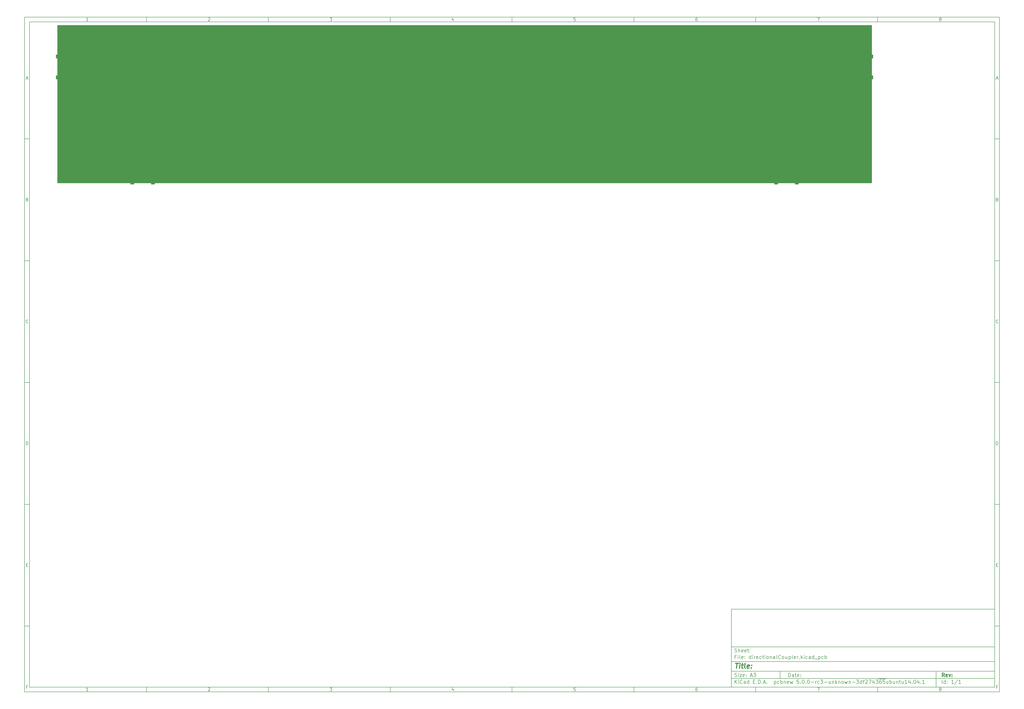
<source format=gbr>
G04 #@! TF.GenerationSoftware,KiCad,Pcbnew,5.0.0-rc3-unknown-3df2743~65~ubuntu14.04.1*
G04 #@! TF.CreationDate,2018-07-06T17:22:35-07:00*
G04 #@! TF.ProjectId,directionalCoupler,646972656374696F6E616C436F75706C,rev?*
G04 #@! TF.SameCoordinates,Original*
G04 #@! TF.FileFunction,Copper,L2,Bot,Signal*
G04 #@! TF.FilePolarity,Positive*
%FSLAX46Y46*%
G04 Gerber Fmt 4.6, Leading zero omitted, Abs format (unit mm)*
G04 Created by KiCad (PCBNEW 5.0.0-rc3-unknown-3df2743~65~ubuntu14.04.1) date Fri Jul  6 17:22:35 2018*
%MOMM*%
%LPD*%
G01*
G04 APERTURE LIST*
%ADD10C,0.100000*%
%ADD11C,0.150000*%
%ADD12C,0.300000*%
%ADD13C,0.400000*%
G04 #@! TA.AperFunction,SMDPad,CuDef*
%ADD14R,5.080000X1.500000*%
G04 #@! TD*
G04 #@! TA.AperFunction,SMDPad,CuDef*
%ADD15R,1.500000X5.080000*%
G04 #@! TD*
G04 #@! TA.AperFunction,Conductor*
%ADD16C,0.254000*%
G04 #@! TD*
G04 APERTURE END LIST*
D10*
D11*
X299989000Y-253002200D02*
X299989000Y-285002200D01*
X407989000Y-285002200D01*
X407989000Y-253002200D01*
X299989000Y-253002200D01*
D10*
D11*
X10000000Y-10000000D02*
X10000000Y-287002200D01*
X409989000Y-287002200D01*
X409989000Y-10000000D01*
X10000000Y-10000000D01*
D10*
D11*
X12000000Y-12000000D02*
X12000000Y-285002200D01*
X407989000Y-285002200D01*
X407989000Y-12000000D01*
X12000000Y-12000000D01*
D10*
D11*
X60000000Y-12000000D02*
X60000000Y-10000000D01*
D10*
D11*
X110000000Y-12000000D02*
X110000000Y-10000000D01*
D10*
D11*
X160000000Y-12000000D02*
X160000000Y-10000000D01*
D10*
D11*
X210000000Y-12000000D02*
X210000000Y-10000000D01*
D10*
D11*
X260000000Y-12000000D02*
X260000000Y-10000000D01*
D10*
D11*
X310000000Y-12000000D02*
X310000000Y-10000000D01*
D10*
D11*
X360000000Y-12000000D02*
X360000000Y-10000000D01*
D10*
D11*
X36065476Y-11588095D02*
X35322619Y-11588095D01*
X35694047Y-11588095D02*
X35694047Y-10288095D01*
X35570238Y-10473809D01*
X35446428Y-10597619D01*
X35322619Y-10659523D01*
D10*
D11*
X85322619Y-10411904D02*
X85384523Y-10350000D01*
X85508333Y-10288095D01*
X85817857Y-10288095D01*
X85941666Y-10350000D01*
X86003571Y-10411904D01*
X86065476Y-10535714D01*
X86065476Y-10659523D01*
X86003571Y-10845238D01*
X85260714Y-11588095D01*
X86065476Y-11588095D01*
D10*
D11*
X135260714Y-10288095D02*
X136065476Y-10288095D01*
X135632142Y-10783333D01*
X135817857Y-10783333D01*
X135941666Y-10845238D01*
X136003571Y-10907142D01*
X136065476Y-11030952D01*
X136065476Y-11340476D01*
X136003571Y-11464285D01*
X135941666Y-11526190D01*
X135817857Y-11588095D01*
X135446428Y-11588095D01*
X135322619Y-11526190D01*
X135260714Y-11464285D01*
D10*
D11*
X185941666Y-10721428D02*
X185941666Y-11588095D01*
X185632142Y-10226190D02*
X185322619Y-11154761D01*
X186127380Y-11154761D01*
D10*
D11*
X236003571Y-10288095D02*
X235384523Y-10288095D01*
X235322619Y-10907142D01*
X235384523Y-10845238D01*
X235508333Y-10783333D01*
X235817857Y-10783333D01*
X235941666Y-10845238D01*
X236003571Y-10907142D01*
X236065476Y-11030952D01*
X236065476Y-11340476D01*
X236003571Y-11464285D01*
X235941666Y-11526190D01*
X235817857Y-11588095D01*
X235508333Y-11588095D01*
X235384523Y-11526190D01*
X235322619Y-11464285D01*
D10*
D11*
X285941666Y-10288095D02*
X285694047Y-10288095D01*
X285570238Y-10350000D01*
X285508333Y-10411904D01*
X285384523Y-10597619D01*
X285322619Y-10845238D01*
X285322619Y-11340476D01*
X285384523Y-11464285D01*
X285446428Y-11526190D01*
X285570238Y-11588095D01*
X285817857Y-11588095D01*
X285941666Y-11526190D01*
X286003571Y-11464285D01*
X286065476Y-11340476D01*
X286065476Y-11030952D01*
X286003571Y-10907142D01*
X285941666Y-10845238D01*
X285817857Y-10783333D01*
X285570238Y-10783333D01*
X285446428Y-10845238D01*
X285384523Y-10907142D01*
X285322619Y-11030952D01*
D10*
D11*
X335260714Y-10288095D02*
X336127380Y-10288095D01*
X335570238Y-11588095D01*
D10*
D11*
X385570238Y-10845238D02*
X385446428Y-10783333D01*
X385384523Y-10721428D01*
X385322619Y-10597619D01*
X385322619Y-10535714D01*
X385384523Y-10411904D01*
X385446428Y-10350000D01*
X385570238Y-10288095D01*
X385817857Y-10288095D01*
X385941666Y-10350000D01*
X386003571Y-10411904D01*
X386065476Y-10535714D01*
X386065476Y-10597619D01*
X386003571Y-10721428D01*
X385941666Y-10783333D01*
X385817857Y-10845238D01*
X385570238Y-10845238D01*
X385446428Y-10907142D01*
X385384523Y-10969047D01*
X385322619Y-11092857D01*
X385322619Y-11340476D01*
X385384523Y-11464285D01*
X385446428Y-11526190D01*
X385570238Y-11588095D01*
X385817857Y-11588095D01*
X385941666Y-11526190D01*
X386003571Y-11464285D01*
X386065476Y-11340476D01*
X386065476Y-11092857D01*
X386003571Y-10969047D01*
X385941666Y-10907142D01*
X385817857Y-10845238D01*
D10*
D11*
X60000000Y-285002200D02*
X60000000Y-287002200D01*
D10*
D11*
X110000000Y-285002200D02*
X110000000Y-287002200D01*
D10*
D11*
X160000000Y-285002200D02*
X160000000Y-287002200D01*
D10*
D11*
X210000000Y-285002200D02*
X210000000Y-287002200D01*
D10*
D11*
X260000000Y-285002200D02*
X260000000Y-287002200D01*
D10*
D11*
X310000000Y-285002200D02*
X310000000Y-287002200D01*
D10*
D11*
X360000000Y-285002200D02*
X360000000Y-287002200D01*
D10*
D11*
X36065476Y-286590295D02*
X35322619Y-286590295D01*
X35694047Y-286590295D02*
X35694047Y-285290295D01*
X35570238Y-285476009D01*
X35446428Y-285599819D01*
X35322619Y-285661723D01*
D10*
D11*
X85322619Y-285414104D02*
X85384523Y-285352200D01*
X85508333Y-285290295D01*
X85817857Y-285290295D01*
X85941666Y-285352200D01*
X86003571Y-285414104D01*
X86065476Y-285537914D01*
X86065476Y-285661723D01*
X86003571Y-285847438D01*
X85260714Y-286590295D01*
X86065476Y-286590295D01*
D10*
D11*
X135260714Y-285290295D02*
X136065476Y-285290295D01*
X135632142Y-285785533D01*
X135817857Y-285785533D01*
X135941666Y-285847438D01*
X136003571Y-285909342D01*
X136065476Y-286033152D01*
X136065476Y-286342676D01*
X136003571Y-286466485D01*
X135941666Y-286528390D01*
X135817857Y-286590295D01*
X135446428Y-286590295D01*
X135322619Y-286528390D01*
X135260714Y-286466485D01*
D10*
D11*
X185941666Y-285723628D02*
X185941666Y-286590295D01*
X185632142Y-285228390D02*
X185322619Y-286156961D01*
X186127380Y-286156961D01*
D10*
D11*
X236003571Y-285290295D02*
X235384523Y-285290295D01*
X235322619Y-285909342D01*
X235384523Y-285847438D01*
X235508333Y-285785533D01*
X235817857Y-285785533D01*
X235941666Y-285847438D01*
X236003571Y-285909342D01*
X236065476Y-286033152D01*
X236065476Y-286342676D01*
X236003571Y-286466485D01*
X235941666Y-286528390D01*
X235817857Y-286590295D01*
X235508333Y-286590295D01*
X235384523Y-286528390D01*
X235322619Y-286466485D01*
D10*
D11*
X285941666Y-285290295D02*
X285694047Y-285290295D01*
X285570238Y-285352200D01*
X285508333Y-285414104D01*
X285384523Y-285599819D01*
X285322619Y-285847438D01*
X285322619Y-286342676D01*
X285384523Y-286466485D01*
X285446428Y-286528390D01*
X285570238Y-286590295D01*
X285817857Y-286590295D01*
X285941666Y-286528390D01*
X286003571Y-286466485D01*
X286065476Y-286342676D01*
X286065476Y-286033152D01*
X286003571Y-285909342D01*
X285941666Y-285847438D01*
X285817857Y-285785533D01*
X285570238Y-285785533D01*
X285446428Y-285847438D01*
X285384523Y-285909342D01*
X285322619Y-286033152D01*
D10*
D11*
X335260714Y-285290295D02*
X336127380Y-285290295D01*
X335570238Y-286590295D01*
D10*
D11*
X385570238Y-285847438D02*
X385446428Y-285785533D01*
X385384523Y-285723628D01*
X385322619Y-285599819D01*
X385322619Y-285537914D01*
X385384523Y-285414104D01*
X385446428Y-285352200D01*
X385570238Y-285290295D01*
X385817857Y-285290295D01*
X385941666Y-285352200D01*
X386003571Y-285414104D01*
X386065476Y-285537914D01*
X386065476Y-285599819D01*
X386003571Y-285723628D01*
X385941666Y-285785533D01*
X385817857Y-285847438D01*
X385570238Y-285847438D01*
X385446428Y-285909342D01*
X385384523Y-285971247D01*
X385322619Y-286095057D01*
X385322619Y-286342676D01*
X385384523Y-286466485D01*
X385446428Y-286528390D01*
X385570238Y-286590295D01*
X385817857Y-286590295D01*
X385941666Y-286528390D01*
X386003571Y-286466485D01*
X386065476Y-286342676D01*
X386065476Y-286095057D01*
X386003571Y-285971247D01*
X385941666Y-285909342D01*
X385817857Y-285847438D01*
D10*
D11*
X10000000Y-60000000D02*
X12000000Y-60000000D01*
D10*
D11*
X10000000Y-110000000D02*
X12000000Y-110000000D01*
D10*
D11*
X10000000Y-160000000D02*
X12000000Y-160000000D01*
D10*
D11*
X10000000Y-210000000D02*
X12000000Y-210000000D01*
D10*
D11*
X10000000Y-260000000D02*
X12000000Y-260000000D01*
D10*
D11*
X10690476Y-35216666D02*
X11309523Y-35216666D01*
X10566666Y-35588095D02*
X11000000Y-34288095D01*
X11433333Y-35588095D01*
D10*
D11*
X11092857Y-84907142D02*
X11278571Y-84969047D01*
X11340476Y-85030952D01*
X11402380Y-85154761D01*
X11402380Y-85340476D01*
X11340476Y-85464285D01*
X11278571Y-85526190D01*
X11154761Y-85588095D01*
X10659523Y-85588095D01*
X10659523Y-84288095D01*
X11092857Y-84288095D01*
X11216666Y-84350000D01*
X11278571Y-84411904D01*
X11340476Y-84535714D01*
X11340476Y-84659523D01*
X11278571Y-84783333D01*
X11216666Y-84845238D01*
X11092857Y-84907142D01*
X10659523Y-84907142D01*
D10*
D11*
X11402380Y-135464285D02*
X11340476Y-135526190D01*
X11154761Y-135588095D01*
X11030952Y-135588095D01*
X10845238Y-135526190D01*
X10721428Y-135402380D01*
X10659523Y-135278571D01*
X10597619Y-135030952D01*
X10597619Y-134845238D01*
X10659523Y-134597619D01*
X10721428Y-134473809D01*
X10845238Y-134350000D01*
X11030952Y-134288095D01*
X11154761Y-134288095D01*
X11340476Y-134350000D01*
X11402380Y-134411904D01*
D10*
D11*
X10659523Y-185588095D02*
X10659523Y-184288095D01*
X10969047Y-184288095D01*
X11154761Y-184350000D01*
X11278571Y-184473809D01*
X11340476Y-184597619D01*
X11402380Y-184845238D01*
X11402380Y-185030952D01*
X11340476Y-185278571D01*
X11278571Y-185402380D01*
X11154761Y-185526190D01*
X10969047Y-185588095D01*
X10659523Y-185588095D01*
D10*
D11*
X10721428Y-234907142D02*
X11154761Y-234907142D01*
X11340476Y-235588095D02*
X10721428Y-235588095D01*
X10721428Y-234288095D01*
X11340476Y-234288095D01*
D10*
D11*
X11185714Y-284907142D02*
X10752380Y-284907142D01*
X10752380Y-285588095D02*
X10752380Y-284288095D01*
X11371428Y-284288095D01*
D10*
D11*
X409989000Y-60000000D02*
X407989000Y-60000000D01*
D10*
D11*
X409989000Y-110000000D02*
X407989000Y-110000000D01*
D10*
D11*
X409989000Y-160000000D02*
X407989000Y-160000000D01*
D10*
D11*
X409989000Y-210000000D02*
X407989000Y-210000000D01*
D10*
D11*
X409989000Y-260000000D02*
X407989000Y-260000000D01*
D10*
D11*
X408679476Y-35216666D02*
X409298523Y-35216666D01*
X408555666Y-35588095D02*
X408989000Y-34288095D01*
X409422333Y-35588095D01*
D10*
D11*
X409081857Y-84907142D02*
X409267571Y-84969047D01*
X409329476Y-85030952D01*
X409391380Y-85154761D01*
X409391380Y-85340476D01*
X409329476Y-85464285D01*
X409267571Y-85526190D01*
X409143761Y-85588095D01*
X408648523Y-85588095D01*
X408648523Y-84288095D01*
X409081857Y-84288095D01*
X409205666Y-84350000D01*
X409267571Y-84411904D01*
X409329476Y-84535714D01*
X409329476Y-84659523D01*
X409267571Y-84783333D01*
X409205666Y-84845238D01*
X409081857Y-84907142D01*
X408648523Y-84907142D01*
D10*
D11*
X409391380Y-135464285D02*
X409329476Y-135526190D01*
X409143761Y-135588095D01*
X409019952Y-135588095D01*
X408834238Y-135526190D01*
X408710428Y-135402380D01*
X408648523Y-135278571D01*
X408586619Y-135030952D01*
X408586619Y-134845238D01*
X408648523Y-134597619D01*
X408710428Y-134473809D01*
X408834238Y-134350000D01*
X409019952Y-134288095D01*
X409143761Y-134288095D01*
X409329476Y-134350000D01*
X409391380Y-134411904D01*
D10*
D11*
X408648523Y-185588095D02*
X408648523Y-184288095D01*
X408958047Y-184288095D01*
X409143761Y-184350000D01*
X409267571Y-184473809D01*
X409329476Y-184597619D01*
X409391380Y-184845238D01*
X409391380Y-185030952D01*
X409329476Y-185278571D01*
X409267571Y-185402380D01*
X409143761Y-185526190D01*
X408958047Y-185588095D01*
X408648523Y-185588095D01*
D10*
D11*
X408710428Y-234907142D02*
X409143761Y-234907142D01*
X409329476Y-235588095D02*
X408710428Y-235588095D01*
X408710428Y-234288095D01*
X409329476Y-234288095D01*
D10*
D11*
X409174714Y-284907142D02*
X408741380Y-284907142D01*
X408741380Y-285588095D02*
X408741380Y-284288095D01*
X409360428Y-284288095D01*
D10*
D11*
X323421142Y-280780771D02*
X323421142Y-279280771D01*
X323778285Y-279280771D01*
X323992571Y-279352200D01*
X324135428Y-279495057D01*
X324206857Y-279637914D01*
X324278285Y-279923628D01*
X324278285Y-280137914D01*
X324206857Y-280423628D01*
X324135428Y-280566485D01*
X323992571Y-280709342D01*
X323778285Y-280780771D01*
X323421142Y-280780771D01*
X325564000Y-280780771D02*
X325564000Y-279995057D01*
X325492571Y-279852200D01*
X325349714Y-279780771D01*
X325064000Y-279780771D01*
X324921142Y-279852200D01*
X325564000Y-280709342D02*
X325421142Y-280780771D01*
X325064000Y-280780771D01*
X324921142Y-280709342D01*
X324849714Y-280566485D01*
X324849714Y-280423628D01*
X324921142Y-280280771D01*
X325064000Y-280209342D01*
X325421142Y-280209342D01*
X325564000Y-280137914D01*
X326064000Y-279780771D02*
X326635428Y-279780771D01*
X326278285Y-279280771D02*
X326278285Y-280566485D01*
X326349714Y-280709342D01*
X326492571Y-280780771D01*
X326635428Y-280780771D01*
X327706857Y-280709342D02*
X327564000Y-280780771D01*
X327278285Y-280780771D01*
X327135428Y-280709342D01*
X327064000Y-280566485D01*
X327064000Y-279995057D01*
X327135428Y-279852200D01*
X327278285Y-279780771D01*
X327564000Y-279780771D01*
X327706857Y-279852200D01*
X327778285Y-279995057D01*
X327778285Y-280137914D01*
X327064000Y-280280771D01*
X328421142Y-280637914D02*
X328492571Y-280709342D01*
X328421142Y-280780771D01*
X328349714Y-280709342D01*
X328421142Y-280637914D01*
X328421142Y-280780771D01*
X328421142Y-279852200D02*
X328492571Y-279923628D01*
X328421142Y-279995057D01*
X328349714Y-279923628D01*
X328421142Y-279852200D01*
X328421142Y-279995057D01*
D10*
D11*
X299989000Y-281502200D02*
X407989000Y-281502200D01*
D10*
D11*
X301421142Y-283580771D02*
X301421142Y-282080771D01*
X302278285Y-283580771D02*
X301635428Y-282723628D01*
X302278285Y-282080771D02*
X301421142Y-282937914D01*
X302921142Y-283580771D02*
X302921142Y-282580771D01*
X302921142Y-282080771D02*
X302849714Y-282152200D01*
X302921142Y-282223628D01*
X302992571Y-282152200D01*
X302921142Y-282080771D01*
X302921142Y-282223628D01*
X304492571Y-283437914D02*
X304421142Y-283509342D01*
X304206857Y-283580771D01*
X304064000Y-283580771D01*
X303849714Y-283509342D01*
X303706857Y-283366485D01*
X303635428Y-283223628D01*
X303564000Y-282937914D01*
X303564000Y-282723628D01*
X303635428Y-282437914D01*
X303706857Y-282295057D01*
X303849714Y-282152200D01*
X304064000Y-282080771D01*
X304206857Y-282080771D01*
X304421142Y-282152200D01*
X304492571Y-282223628D01*
X305778285Y-283580771D02*
X305778285Y-282795057D01*
X305706857Y-282652200D01*
X305564000Y-282580771D01*
X305278285Y-282580771D01*
X305135428Y-282652200D01*
X305778285Y-283509342D02*
X305635428Y-283580771D01*
X305278285Y-283580771D01*
X305135428Y-283509342D01*
X305064000Y-283366485D01*
X305064000Y-283223628D01*
X305135428Y-283080771D01*
X305278285Y-283009342D01*
X305635428Y-283009342D01*
X305778285Y-282937914D01*
X307135428Y-283580771D02*
X307135428Y-282080771D01*
X307135428Y-283509342D02*
X306992571Y-283580771D01*
X306706857Y-283580771D01*
X306564000Y-283509342D01*
X306492571Y-283437914D01*
X306421142Y-283295057D01*
X306421142Y-282866485D01*
X306492571Y-282723628D01*
X306564000Y-282652200D01*
X306706857Y-282580771D01*
X306992571Y-282580771D01*
X307135428Y-282652200D01*
X308992571Y-282795057D02*
X309492571Y-282795057D01*
X309706857Y-283580771D02*
X308992571Y-283580771D01*
X308992571Y-282080771D01*
X309706857Y-282080771D01*
X310349714Y-283437914D02*
X310421142Y-283509342D01*
X310349714Y-283580771D01*
X310278285Y-283509342D01*
X310349714Y-283437914D01*
X310349714Y-283580771D01*
X311064000Y-283580771D02*
X311064000Y-282080771D01*
X311421142Y-282080771D01*
X311635428Y-282152200D01*
X311778285Y-282295057D01*
X311849714Y-282437914D01*
X311921142Y-282723628D01*
X311921142Y-282937914D01*
X311849714Y-283223628D01*
X311778285Y-283366485D01*
X311635428Y-283509342D01*
X311421142Y-283580771D01*
X311064000Y-283580771D01*
X312564000Y-283437914D02*
X312635428Y-283509342D01*
X312564000Y-283580771D01*
X312492571Y-283509342D01*
X312564000Y-283437914D01*
X312564000Y-283580771D01*
X313206857Y-283152200D02*
X313921142Y-283152200D01*
X313064000Y-283580771D02*
X313564000Y-282080771D01*
X314064000Y-283580771D01*
X314564000Y-283437914D02*
X314635428Y-283509342D01*
X314564000Y-283580771D01*
X314492571Y-283509342D01*
X314564000Y-283437914D01*
X314564000Y-283580771D01*
X317564000Y-282580771D02*
X317564000Y-284080771D01*
X317564000Y-282652200D02*
X317706857Y-282580771D01*
X317992571Y-282580771D01*
X318135428Y-282652200D01*
X318206857Y-282723628D01*
X318278285Y-282866485D01*
X318278285Y-283295057D01*
X318206857Y-283437914D01*
X318135428Y-283509342D01*
X317992571Y-283580771D01*
X317706857Y-283580771D01*
X317564000Y-283509342D01*
X319564000Y-283509342D02*
X319421142Y-283580771D01*
X319135428Y-283580771D01*
X318992571Y-283509342D01*
X318921142Y-283437914D01*
X318849714Y-283295057D01*
X318849714Y-282866485D01*
X318921142Y-282723628D01*
X318992571Y-282652200D01*
X319135428Y-282580771D01*
X319421142Y-282580771D01*
X319564000Y-282652200D01*
X320206857Y-283580771D02*
X320206857Y-282080771D01*
X320206857Y-282652200D02*
X320349714Y-282580771D01*
X320635428Y-282580771D01*
X320778285Y-282652200D01*
X320849714Y-282723628D01*
X320921142Y-282866485D01*
X320921142Y-283295057D01*
X320849714Y-283437914D01*
X320778285Y-283509342D01*
X320635428Y-283580771D01*
X320349714Y-283580771D01*
X320206857Y-283509342D01*
X321564000Y-282580771D02*
X321564000Y-283580771D01*
X321564000Y-282723628D02*
X321635428Y-282652200D01*
X321778285Y-282580771D01*
X321992571Y-282580771D01*
X322135428Y-282652200D01*
X322206857Y-282795057D01*
X322206857Y-283580771D01*
X323492571Y-283509342D02*
X323349714Y-283580771D01*
X323064000Y-283580771D01*
X322921142Y-283509342D01*
X322849714Y-283366485D01*
X322849714Y-282795057D01*
X322921142Y-282652200D01*
X323064000Y-282580771D01*
X323349714Y-282580771D01*
X323492571Y-282652200D01*
X323564000Y-282795057D01*
X323564000Y-282937914D01*
X322849714Y-283080771D01*
X324064000Y-282580771D02*
X324349714Y-283580771D01*
X324635428Y-282866485D01*
X324921142Y-283580771D01*
X325206857Y-282580771D01*
X327635428Y-282080771D02*
X326921142Y-282080771D01*
X326849714Y-282795057D01*
X326921142Y-282723628D01*
X327064000Y-282652200D01*
X327421142Y-282652200D01*
X327564000Y-282723628D01*
X327635428Y-282795057D01*
X327706857Y-282937914D01*
X327706857Y-283295057D01*
X327635428Y-283437914D01*
X327564000Y-283509342D01*
X327421142Y-283580771D01*
X327064000Y-283580771D01*
X326921142Y-283509342D01*
X326849714Y-283437914D01*
X328349714Y-283437914D02*
X328421142Y-283509342D01*
X328349714Y-283580771D01*
X328278285Y-283509342D01*
X328349714Y-283437914D01*
X328349714Y-283580771D01*
X329349714Y-282080771D02*
X329492571Y-282080771D01*
X329635428Y-282152200D01*
X329706857Y-282223628D01*
X329778285Y-282366485D01*
X329849714Y-282652200D01*
X329849714Y-283009342D01*
X329778285Y-283295057D01*
X329706857Y-283437914D01*
X329635428Y-283509342D01*
X329492571Y-283580771D01*
X329349714Y-283580771D01*
X329206857Y-283509342D01*
X329135428Y-283437914D01*
X329064000Y-283295057D01*
X328992571Y-283009342D01*
X328992571Y-282652200D01*
X329064000Y-282366485D01*
X329135428Y-282223628D01*
X329206857Y-282152200D01*
X329349714Y-282080771D01*
X330492571Y-283437914D02*
X330564000Y-283509342D01*
X330492571Y-283580771D01*
X330421142Y-283509342D01*
X330492571Y-283437914D01*
X330492571Y-283580771D01*
X331492571Y-282080771D02*
X331635428Y-282080771D01*
X331778285Y-282152200D01*
X331849714Y-282223628D01*
X331921142Y-282366485D01*
X331992571Y-282652200D01*
X331992571Y-283009342D01*
X331921142Y-283295057D01*
X331849714Y-283437914D01*
X331778285Y-283509342D01*
X331635428Y-283580771D01*
X331492571Y-283580771D01*
X331349714Y-283509342D01*
X331278285Y-283437914D01*
X331206857Y-283295057D01*
X331135428Y-283009342D01*
X331135428Y-282652200D01*
X331206857Y-282366485D01*
X331278285Y-282223628D01*
X331349714Y-282152200D01*
X331492571Y-282080771D01*
X332635428Y-283009342D02*
X333778285Y-283009342D01*
X334492571Y-283580771D02*
X334492571Y-282580771D01*
X334492571Y-282866485D02*
X334564000Y-282723628D01*
X334635428Y-282652200D01*
X334778285Y-282580771D01*
X334921142Y-282580771D01*
X336064000Y-283509342D02*
X335921142Y-283580771D01*
X335635428Y-283580771D01*
X335492571Y-283509342D01*
X335421142Y-283437914D01*
X335349714Y-283295057D01*
X335349714Y-282866485D01*
X335421142Y-282723628D01*
X335492571Y-282652200D01*
X335635428Y-282580771D01*
X335921142Y-282580771D01*
X336064000Y-282652200D01*
X336564000Y-282080771D02*
X337492571Y-282080771D01*
X336992571Y-282652200D01*
X337206857Y-282652200D01*
X337349714Y-282723628D01*
X337421142Y-282795057D01*
X337492571Y-282937914D01*
X337492571Y-283295057D01*
X337421142Y-283437914D01*
X337349714Y-283509342D01*
X337206857Y-283580771D01*
X336778285Y-283580771D01*
X336635428Y-283509342D01*
X336564000Y-283437914D01*
X338135428Y-283009342D02*
X339278285Y-283009342D01*
X340635428Y-282580771D02*
X340635428Y-283580771D01*
X339992571Y-282580771D02*
X339992571Y-283366485D01*
X340064000Y-283509342D01*
X340206857Y-283580771D01*
X340421142Y-283580771D01*
X340564000Y-283509342D01*
X340635428Y-283437914D01*
X341349714Y-282580771D02*
X341349714Y-283580771D01*
X341349714Y-282723628D02*
X341421142Y-282652200D01*
X341564000Y-282580771D01*
X341778285Y-282580771D01*
X341921142Y-282652200D01*
X341992571Y-282795057D01*
X341992571Y-283580771D01*
X342706857Y-283580771D02*
X342706857Y-282080771D01*
X342849714Y-283009342D02*
X343278285Y-283580771D01*
X343278285Y-282580771D02*
X342706857Y-283152200D01*
X343921142Y-282580771D02*
X343921142Y-283580771D01*
X343921142Y-282723628D02*
X343992571Y-282652200D01*
X344135428Y-282580771D01*
X344349714Y-282580771D01*
X344492571Y-282652200D01*
X344564000Y-282795057D01*
X344564000Y-283580771D01*
X345492571Y-283580771D02*
X345349714Y-283509342D01*
X345278285Y-283437914D01*
X345206857Y-283295057D01*
X345206857Y-282866485D01*
X345278285Y-282723628D01*
X345349714Y-282652200D01*
X345492571Y-282580771D01*
X345706857Y-282580771D01*
X345849714Y-282652200D01*
X345921142Y-282723628D01*
X345992571Y-282866485D01*
X345992571Y-283295057D01*
X345921142Y-283437914D01*
X345849714Y-283509342D01*
X345706857Y-283580771D01*
X345492571Y-283580771D01*
X346492571Y-282580771D02*
X346778285Y-283580771D01*
X347064000Y-282866485D01*
X347349714Y-283580771D01*
X347635428Y-282580771D01*
X348206857Y-282580771D02*
X348206857Y-283580771D01*
X348206857Y-282723628D02*
X348278285Y-282652200D01*
X348421142Y-282580771D01*
X348635428Y-282580771D01*
X348778285Y-282652200D01*
X348849714Y-282795057D01*
X348849714Y-283580771D01*
X349564000Y-283009342D02*
X350706857Y-283009342D01*
X351278285Y-282080771D02*
X352206857Y-282080771D01*
X351706857Y-282652200D01*
X351921142Y-282652200D01*
X352064000Y-282723628D01*
X352135428Y-282795057D01*
X352206857Y-282937914D01*
X352206857Y-283295057D01*
X352135428Y-283437914D01*
X352064000Y-283509342D01*
X351921142Y-283580771D01*
X351492571Y-283580771D01*
X351349714Y-283509342D01*
X351278285Y-283437914D01*
X353492571Y-283580771D02*
X353492571Y-282080771D01*
X353492571Y-283509342D02*
X353349714Y-283580771D01*
X353064000Y-283580771D01*
X352921142Y-283509342D01*
X352849714Y-283437914D01*
X352778285Y-283295057D01*
X352778285Y-282866485D01*
X352849714Y-282723628D01*
X352921142Y-282652200D01*
X353064000Y-282580771D01*
X353349714Y-282580771D01*
X353492571Y-282652200D01*
X353992571Y-282580771D02*
X354564000Y-282580771D01*
X354206857Y-283580771D02*
X354206857Y-282295057D01*
X354278285Y-282152200D01*
X354421142Y-282080771D01*
X354564000Y-282080771D01*
X354992571Y-282223628D02*
X355064000Y-282152200D01*
X355206857Y-282080771D01*
X355564000Y-282080771D01*
X355706857Y-282152200D01*
X355778285Y-282223628D01*
X355849714Y-282366485D01*
X355849714Y-282509342D01*
X355778285Y-282723628D01*
X354921142Y-283580771D01*
X355849714Y-283580771D01*
X356349714Y-282080771D02*
X357349714Y-282080771D01*
X356706857Y-283580771D01*
X358564000Y-282580771D02*
X358564000Y-283580771D01*
X358206857Y-282009342D02*
X357849714Y-283080771D01*
X358778285Y-283080771D01*
X359206857Y-282080771D02*
X360135428Y-282080771D01*
X359635428Y-282652200D01*
X359849714Y-282652200D01*
X359992571Y-282723628D01*
X360064000Y-282795057D01*
X360135428Y-282937914D01*
X360135428Y-283295057D01*
X360064000Y-283437914D01*
X359992571Y-283509342D01*
X359849714Y-283580771D01*
X359421142Y-283580771D01*
X359278285Y-283509342D01*
X359206857Y-283437914D01*
X360421142Y-281672200D02*
X361849714Y-281672200D01*
X361421142Y-282080771D02*
X361135428Y-282080771D01*
X360992571Y-282152200D01*
X360921142Y-282223628D01*
X360778285Y-282437914D01*
X360706857Y-282723628D01*
X360706857Y-283295057D01*
X360778285Y-283437914D01*
X360849714Y-283509342D01*
X360992571Y-283580771D01*
X361278285Y-283580771D01*
X361421142Y-283509342D01*
X361492571Y-283437914D01*
X361564000Y-283295057D01*
X361564000Y-282937914D01*
X361492571Y-282795057D01*
X361421142Y-282723628D01*
X361278285Y-282652200D01*
X360992571Y-282652200D01*
X360849714Y-282723628D01*
X360778285Y-282795057D01*
X360706857Y-282937914D01*
X361849714Y-281672200D02*
X363278285Y-281672200D01*
X362921142Y-282080771D02*
X362206857Y-282080771D01*
X362135428Y-282795057D01*
X362206857Y-282723628D01*
X362349714Y-282652200D01*
X362706857Y-282652200D01*
X362849714Y-282723628D01*
X362921142Y-282795057D01*
X362992571Y-282937914D01*
X362992571Y-283295057D01*
X362921142Y-283437914D01*
X362849714Y-283509342D01*
X362706857Y-283580771D01*
X362349714Y-283580771D01*
X362206857Y-283509342D01*
X362135428Y-283437914D01*
X364278285Y-282580771D02*
X364278285Y-283580771D01*
X363635428Y-282580771D02*
X363635428Y-283366485D01*
X363706857Y-283509342D01*
X363849714Y-283580771D01*
X364064000Y-283580771D01*
X364206857Y-283509342D01*
X364278285Y-283437914D01*
X364992571Y-283580771D02*
X364992571Y-282080771D01*
X364992571Y-282652200D02*
X365135428Y-282580771D01*
X365421142Y-282580771D01*
X365564000Y-282652200D01*
X365635428Y-282723628D01*
X365706857Y-282866485D01*
X365706857Y-283295057D01*
X365635428Y-283437914D01*
X365564000Y-283509342D01*
X365421142Y-283580771D01*
X365135428Y-283580771D01*
X364992571Y-283509342D01*
X366992571Y-282580771D02*
X366992571Y-283580771D01*
X366349714Y-282580771D02*
X366349714Y-283366485D01*
X366421142Y-283509342D01*
X366564000Y-283580771D01*
X366778285Y-283580771D01*
X366921142Y-283509342D01*
X366992571Y-283437914D01*
X367706857Y-282580771D02*
X367706857Y-283580771D01*
X367706857Y-282723628D02*
X367778285Y-282652200D01*
X367921142Y-282580771D01*
X368135428Y-282580771D01*
X368278285Y-282652200D01*
X368349714Y-282795057D01*
X368349714Y-283580771D01*
X368849714Y-282580771D02*
X369421142Y-282580771D01*
X369064000Y-282080771D02*
X369064000Y-283366485D01*
X369135428Y-283509342D01*
X369278285Y-283580771D01*
X369421142Y-283580771D01*
X370564000Y-282580771D02*
X370564000Y-283580771D01*
X369921142Y-282580771D02*
X369921142Y-283366485D01*
X369992571Y-283509342D01*
X370135428Y-283580771D01*
X370349714Y-283580771D01*
X370492571Y-283509342D01*
X370564000Y-283437914D01*
X372064000Y-283580771D02*
X371206857Y-283580771D01*
X371635428Y-283580771D02*
X371635428Y-282080771D01*
X371492571Y-282295057D01*
X371349714Y-282437914D01*
X371206857Y-282509342D01*
X373349714Y-282580771D02*
X373349714Y-283580771D01*
X372992571Y-282009342D02*
X372635428Y-283080771D01*
X373564000Y-283080771D01*
X374135428Y-283437914D02*
X374206857Y-283509342D01*
X374135428Y-283580771D01*
X374064000Y-283509342D01*
X374135428Y-283437914D01*
X374135428Y-283580771D01*
X375135428Y-282080771D02*
X375278285Y-282080771D01*
X375421142Y-282152200D01*
X375492571Y-282223628D01*
X375564000Y-282366485D01*
X375635428Y-282652200D01*
X375635428Y-283009342D01*
X375564000Y-283295057D01*
X375492571Y-283437914D01*
X375421142Y-283509342D01*
X375278285Y-283580771D01*
X375135428Y-283580771D01*
X374992571Y-283509342D01*
X374921142Y-283437914D01*
X374849714Y-283295057D01*
X374778285Y-283009342D01*
X374778285Y-282652200D01*
X374849714Y-282366485D01*
X374921142Y-282223628D01*
X374992571Y-282152200D01*
X375135428Y-282080771D01*
X376921142Y-282580771D02*
X376921142Y-283580771D01*
X376564000Y-282009342D02*
X376206857Y-283080771D01*
X377135428Y-283080771D01*
X377706857Y-283437914D02*
X377778285Y-283509342D01*
X377706857Y-283580771D01*
X377635428Y-283509342D01*
X377706857Y-283437914D01*
X377706857Y-283580771D01*
X379206857Y-283580771D02*
X378349714Y-283580771D01*
X378778285Y-283580771D02*
X378778285Y-282080771D01*
X378635428Y-282295057D01*
X378492571Y-282437914D01*
X378349714Y-282509342D01*
D10*
D11*
X299989000Y-278502200D02*
X407989000Y-278502200D01*
D10*
D12*
X387398285Y-280780771D02*
X386898285Y-280066485D01*
X386541142Y-280780771D02*
X386541142Y-279280771D01*
X387112571Y-279280771D01*
X387255428Y-279352200D01*
X387326857Y-279423628D01*
X387398285Y-279566485D01*
X387398285Y-279780771D01*
X387326857Y-279923628D01*
X387255428Y-279995057D01*
X387112571Y-280066485D01*
X386541142Y-280066485D01*
X388612571Y-280709342D02*
X388469714Y-280780771D01*
X388184000Y-280780771D01*
X388041142Y-280709342D01*
X387969714Y-280566485D01*
X387969714Y-279995057D01*
X388041142Y-279852200D01*
X388184000Y-279780771D01*
X388469714Y-279780771D01*
X388612571Y-279852200D01*
X388684000Y-279995057D01*
X388684000Y-280137914D01*
X387969714Y-280280771D01*
X389184000Y-279780771D02*
X389541142Y-280780771D01*
X389898285Y-279780771D01*
X390469714Y-280637914D02*
X390541142Y-280709342D01*
X390469714Y-280780771D01*
X390398285Y-280709342D01*
X390469714Y-280637914D01*
X390469714Y-280780771D01*
X390469714Y-279852200D02*
X390541142Y-279923628D01*
X390469714Y-279995057D01*
X390398285Y-279923628D01*
X390469714Y-279852200D01*
X390469714Y-279995057D01*
D10*
D11*
X301349714Y-280709342D02*
X301564000Y-280780771D01*
X301921142Y-280780771D01*
X302064000Y-280709342D01*
X302135428Y-280637914D01*
X302206857Y-280495057D01*
X302206857Y-280352200D01*
X302135428Y-280209342D01*
X302064000Y-280137914D01*
X301921142Y-280066485D01*
X301635428Y-279995057D01*
X301492571Y-279923628D01*
X301421142Y-279852200D01*
X301349714Y-279709342D01*
X301349714Y-279566485D01*
X301421142Y-279423628D01*
X301492571Y-279352200D01*
X301635428Y-279280771D01*
X301992571Y-279280771D01*
X302206857Y-279352200D01*
X302849714Y-280780771D02*
X302849714Y-279780771D01*
X302849714Y-279280771D02*
X302778285Y-279352200D01*
X302849714Y-279423628D01*
X302921142Y-279352200D01*
X302849714Y-279280771D01*
X302849714Y-279423628D01*
X303421142Y-279780771D02*
X304206857Y-279780771D01*
X303421142Y-280780771D01*
X304206857Y-280780771D01*
X305349714Y-280709342D02*
X305206857Y-280780771D01*
X304921142Y-280780771D01*
X304778285Y-280709342D01*
X304706857Y-280566485D01*
X304706857Y-279995057D01*
X304778285Y-279852200D01*
X304921142Y-279780771D01*
X305206857Y-279780771D01*
X305349714Y-279852200D01*
X305421142Y-279995057D01*
X305421142Y-280137914D01*
X304706857Y-280280771D01*
X306064000Y-280637914D02*
X306135428Y-280709342D01*
X306064000Y-280780771D01*
X305992571Y-280709342D01*
X306064000Y-280637914D01*
X306064000Y-280780771D01*
X306064000Y-279852200D02*
X306135428Y-279923628D01*
X306064000Y-279995057D01*
X305992571Y-279923628D01*
X306064000Y-279852200D01*
X306064000Y-279995057D01*
X307849714Y-280352200D02*
X308564000Y-280352200D01*
X307706857Y-280780771D02*
X308206857Y-279280771D01*
X308706857Y-280780771D01*
X309064000Y-279280771D02*
X309992571Y-279280771D01*
X309492571Y-279852200D01*
X309706857Y-279852200D01*
X309849714Y-279923628D01*
X309921142Y-279995057D01*
X309992571Y-280137914D01*
X309992571Y-280495057D01*
X309921142Y-280637914D01*
X309849714Y-280709342D01*
X309706857Y-280780771D01*
X309278285Y-280780771D01*
X309135428Y-280709342D01*
X309064000Y-280637914D01*
D10*
D11*
X386421142Y-283580771D02*
X386421142Y-282080771D01*
X387778285Y-283580771D02*
X387778285Y-282080771D01*
X387778285Y-283509342D02*
X387635428Y-283580771D01*
X387349714Y-283580771D01*
X387206857Y-283509342D01*
X387135428Y-283437914D01*
X387064000Y-283295057D01*
X387064000Y-282866485D01*
X387135428Y-282723628D01*
X387206857Y-282652200D01*
X387349714Y-282580771D01*
X387635428Y-282580771D01*
X387778285Y-282652200D01*
X388492571Y-283437914D02*
X388564000Y-283509342D01*
X388492571Y-283580771D01*
X388421142Y-283509342D01*
X388492571Y-283437914D01*
X388492571Y-283580771D01*
X388492571Y-282652200D02*
X388564000Y-282723628D01*
X388492571Y-282795057D01*
X388421142Y-282723628D01*
X388492571Y-282652200D01*
X388492571Y-282795057D01*
X391135428Y-283580771D02*
X390278285Y-283580771D01*
X390706857Y-283580771D02*
X390706857Y-282080771D01*
X390564000Y-282295057D01*
X390421142Y-282437914D01*
X390278285Y-282509342D01*
X392849714Y-282009342D02*
X391564000Y-283937914D01*
X394135428Y-283580771D02*
X393278285Y-283580771D01*
X393706857Y-283580771D02*
X393706857Y-282080771D01*
X393564000Y-282295057D01*
X393421142Y-282437914D01*
X393278285Y-282509342D01*
D10*
D11*
X299989000Y-274502200D02*
X407989000Y-274502200D01*
D10*
D13*
X301701380Y-275206961D02*
X302844238Y-275206961D01*
X302022809Y-277206961D02*
X302272809Y-275206961D01*
X303260904Y-277206961D02*
X303427571Y-275873628D01*
X303510904Y-275206961D02*
X303403761Y-275302200D01*
X303487095Y-275397438D01*
X303594238Y-275302200D01*
X303510904Y-275206961D01*
X303487095Y-275397438D01*
X304094238Y-275873628D02*
X304856142Y-275873628D01*
X304463285Y-275206961D02*
X304249000Y-276921247D01*
X304320428Y-277111723D01*
X304499000Y-277206961D01*
X304689476Y-277206961D01*
X305641857Y-277206961D02*
X305463285Y-277111723D01*
X305391857Y-276921247D01*
X305606142Y-275206961D01*
X307177571Y-277111723D02*
X306975190Y-277206961D01*
X306594238Y-277206961D01*
X306415666Y-277111723D01*
X306344238Y-276921247D01*
X306439476Y-276159342D01*
X306558523Y-275968866D01*
X306760904Y-275873628D01*
X307141857Y-275873628D01*
X307320428Y-275968866D01*
X307391857Y-276159342D01*
X307368047Y-276349819D01*
X306391857Y-276540295D01*
X308141857Y-277016485D02*
X308225190Y-277111723D01*
X308118047Y-277206961D01*
X308034714Y-277111723D01*
X308141857Y-277016485D01*
X308118047Y-277206961D01*
X308272809Y-275968866D02*
X308356142Y-276064104D01*
X308249000Y-276159342D01*
X308165666Y-276064104D01*
X308272809Y-275968866D01*
X308249000Y-276159342D01*
D10*
D11*
X301921142Y-272595057D02*
X301421142Y-272595057D01*
X301421142Y-273380771D02*
X301421142Y-271880771D01*
X302135428Y-271880771D01*
X302706857Y-273380771D02*
X302706857Y-272380771D01*
X302706857Y-271880771D02*
X302635428Y-271952200D01*
X302706857Y-272023628D01*
X302778285Y-271952200D01*
X302706857Y-271880771D01*
X302706857Y-272023628D01*
X303635428Y-273380771D02*
X303492571Y-273309342D01*
X303421142Y-273166485D01*
X303421142Y-271880771D01*
X304778285Y-273309342D02*
X304635428Y-273380771D01*
X304349714Y-273380771D01*
X304206857Y-273309342D01*
X304135428Y-273166485D01*
X304135428Y-272595057D01*
X304206857Y-272452200D01*
X304349714Y-272380771D01*
X304635428Y-272380771D01*
X304778285Y-272452200D01*
X304849714Y-272595057D01*
X304849714Y-272737914D01*
X304135428Y-272880771D01*
X305492571Y-273237914D02*
X305564000Y-273309342D01*
X305492571Y-273380771D01*
X305421142Y-273309342D01*
X305492571Y-273237914D01*
X305492571Y-273380771D01*
X305492571Y-272452200D02*
X305564000Y-272523628D01*
X305492571Y-272595057D01*
X305421142Y-272523628D01*
X305492571Y-272452200D01*
X305492571Y-272595057D01*
X307992571Y-273380771D02*
X307992571Y-271880771D01*
X307992571Y-273309342D02*
X307849714Y-273380771D01*
X307564000Y-273380771D01*
X307421142Y-273309342D01*
X307349714Y-273237914D01*
X307278285Y-273095057D01*
X307278285Y-272666485D01*
X307349714Y-272523628D01*
X307421142Y-272452200D01*
X307564000Y-272380771D01*
X307849714Y-272380771D01*
X307992571Y-272452200D01*
X308706857Y-273380771D02*
X308706857Y-272380771D01*
X308706857Y-271880771D02*
X308635428Y-271952200D01*
X308706857Y-272023628D01*
X308778285Y-271952200D01*
X308706857Y-271880771D01*
X308706857Y-272023628D01*
X309421142Y-273380771D02*
X309421142Y-272380771D01*
X309421142Y-272666485D02*
X309492571Y-272523628D01*
X309564000Y-272452200D01*
X309706857Y-272380771D01*
X309849714Y-272380771D01*
X310921142Y-273309342D02*
X310778285Y-273380771D01*
X310492571Y-273380771D01*
X310349714Y-273309342D01*
X310278285Y-273166485D01*
X310278285Y-272595057D01*
X310349714Y-272452200D01*
X310492571Y-272380771D01*
X310778285Y-272380771D01*
X310921142Y-272452200D01*
X310992571Y-272595057D01*
X310992571Y-272737914D01*
X310278285Y-272880771D01*
X312278285Y-273309342D02*
X312135428Y-273380771D01*
X311849714Y-273380771D01*
X311706857Y-273309342D01*
X311635428Y-273237914D01*
X311564000Y-273095057D01*
X311564000Y-272666485D01*
X311635428Y-272523628D01*
X311706857Y-272452200D01*
X311849714Y-272380771D01*
X312135428Y-272380771D01*
X312278285Y-272452200D01*
X312706857Y-272380771D02*
X313278285Y-272380771D01*
X312921142Y-271880771D02*
X312921142Y-273166485D01*
X312992571Y-273309342D01*
X313135428Y-273380771D01*
X313278285Y-273380771D01*
X313778285Y-273380771D02*
X313778285Y-272380771D01*
X313778285Y-271880771D02*
X313706857Y-271952200D01*
X313778285Y-272023628D01*
X313849714Y-271952200D01*
X313778285Y-271880771D01*
X313778285Y-272023628D01*
X314706857Y-273380771D02*
X314564000Y-273309342D01*
X314492571Y-273237914D01*
X314421142Y-273095057D01*
X314421142Y-272666485D01*
X314492571Y-272523628D01*
X314564000Y-272452200D01*
X314706857Y-272380771D01*
X314921142Y-272380771D01*
X315064000Y-272452200D01*
X315135428Y-272523628D01*
X315206857Y-272666485D01*
X315206857Y-273095057D01*
X315135428Y-273237914D01*
X315064000Y-273309342D01*
X314921142Y-273380771D01*
X314706857Y-273380771D01*
X315849714Y-272380771D02*
X315849714Y-273380771D01*
X315849714Y-272523628D02*
X315921142Y-272452200D01*
X316064000Y-272380771D01*
X316278285Y-272380771D01*
X316421142Y-272452200D01*
X316492571Y-272595057D01*
X316492571Y-273380771D01*
X317849714Y-273380771D02*
X317849714Y-272595057D01*
X317778285Y-272452200D01*
X317635428Y-272380771D01*
X317349714Y-272380771D01*
X317206857Y-272452200D01*
X317849714Y-273309342D02*
X317706857Y-273380771D01*
X317349714Y-273380771D01*
X317206857Y-273309342D01*
X317135428Y-273166485D01*
X317135428Y-273023628D01*
X317206857Y-272880771D01*
X317349714Y-272809342D01*
X317706857Y-272809342D01*
X317849714Y-272737914D01*
X318778285Y-273380771D02*
X318635428Y-273309342D01*
X318564000Y-273166485D01*
X318564000Y-271880771D01*
X320206857Y-273237914D02*
X320135428Y-273309342D01*
X319921142Y-273380771D01*
X319778285Y-273380771D01*
X319564000Y-273309342D01*
X319421142Y-273166485D01*
X319349714Y-273023628D01*
X319278285Y-272737914D01*
X319278285Y-272523628D01*
X319349714Y-272237914D01*
X319421142Y-272095057D01*
X319564000Y-271952200D01*
X319778285Y-271880771D01*
X319921142Y-271880771D01*
X320135428Y-271952200D01*
X320206857Y-272023628D01*
X321064000Y-273380771D02*
X320921142Y-273309342D01*
X320849714Y-273237914D01*
X320778285Y-273095057D01*
X320778285Y-272666485D01*
X320849714Y-272523628D01*
X320921142Y-272452200D01*
X321064000Y-272380771D01*
X321278285Y-272380771D01*
X321421142Y-272452200D01*
X321492571Y-272523628D01*
X321564000Y-272666485D01*
X321564000Y-273095057D01*
X321492571Y-273237914D01*
X321421142Y-273309342D01*
X321278285Y-273380771D01*
X321064000Y-273380771D01*
X322849714Y-272380771D02*
X322849714Y-273380771D01*
X322206857Y-272380771D02*
X322206857Y-273166485D01*
X322278285Y-273309342D01*
X322421142Y-273380771D01*
X322635428Y-273380771D01*
X322778285Y-273309342D01*
X322849714Y-273237914D01*
X323564000Y-272380771D02*
X323564000Y-273880771D01*
X323564000Y-272452200D02*
X323706857Y-272380771D01*
X323992571Y-272380771D01*
X324135428Y-272452200D01*
X324206857Y-272523628D01*
X324278285Y-272666485D01*
X324278285Y-273095057D01*
X324206857Y-273237914D01*
X324135428Y-273309342D01*
X323992571Y-273380771D01*
X323706857Y-273380771D01*
X323564000Y-273309342D01*
X325135428Y-273380771D02*
X324992571Y-273309342D01*
X324921142Y-273166485D01*
X324921142Y-271880771D01*
X326278285Y-273309342D02*
X326135428Y-273380771D01*
X325849714Y-273380771D01*
X325706857Y-273309342D01*
X325635428Y-273166485D01*
X325635428Y-272595057D01*
X325706857Y-272452200D01*
X325849714Y-272380771D01*
X326135428Y-272380771D01*
X326278285Y-272452200D01*
X326349714Y-272595057D01*
X326349714Y-272737914D01*
X325635428Y-272880771D01*
X326992571Y-273380771D02*
X326992571Y-272380771D01*
X326992571Y-272666485D02*
X327064000Y-272523628D01*
X327135428Y-272452200D01*
X327278285Y-272380771D01*
X327421142Y-272380771D01*
X327921142Y-273237914D02*
X327992571Y-273309342D01*
X327921142Y-273380771D01*
X327849714Y-273309342D01*
X327921142Y-273237914D01*
X327921142Y-273380771D01*
X328635428Y-273380771D02*
X328635428Y-271880771D01*
X328778285Y-272809342D02*
X329206857Y-273380771D01*
X329206857Y-272380771D02*
X328635428Y-272952200D01*
X329849714Y-273380771D02*
X329849714Y-272380771D01*
X329849714Y-271880771D02*
X329778285Y-271952200D01*
X329849714Y-272023628D01*
X329921142Y-271952200D01*
X329849714Y-271880771D01*
X329849714Y-272023628D01*
X331206857Y-273309342D02*
X331064000Y-273380771D01*
X330778285Y-273380771D01*
X330635428Y-273309342D01*
X330564000Y-273237914D01*
X330492571Y-273095057D01*
X330492571Y-272666485D01*
X330564000Y-272523628D01*
X330635428Y-272452200D01*
X330778285Y-272380771D01*
X331064000Y-272380771D01*
X331206857Y-272452200D01*
X332492571Y-273380771D02*
X332492571Y-272595057D01*
X332421142Y-272452200D01*
X332278285Y-272380771D01*
X331992571Y-272380771D01*
X331849714Y-272452200D01*
X332492571Y-273309342D02*
X332349714Y-273380771D01*
X331992571Y-273380771D01*
X331849714Y-273309342D01*
X331778285Y-273166485D01*
X331778285Y-273023628D01*
X331849714Y-272880771D01*
X331992571Y-272809342D01*
X332349714Y-272809342D01*
X332492571Y-272737914D01*
X333849714Y-273380771D02*
X333849714Y-271880771D01*
X333849714Y-273309342D02*
X333706857Y-273380771D01*
X333421142Y-273380771D01*
X333278285Y-273309342D01*
X333206857Y-273237914D01*
X333135428Y-273095057D01*
X333135428Y-272666485D01*
X333206857Y-272523628D01*
X333278285Y-272452200D01*
X333421142Y-272380771D01*
X333706857Y-272380771D01*
X333849714Y-272452200D01*
X334206857Y-273523628D02*
X335349714Y-273523628D01*
X335706857Y-272380771D02*
X335706857Y-273880771D01*
X335706857Y-272452200D02*
X335849714Y-272380771D01*
X336135428Y-272380771D01*
X336278285Y-272452200D01*
X336349714Y-272523628D01*
X336421142Y-272666485D01*
X336421142Y-273095057D01*
X336349714Y-273237914D01*
X336278285Y-273309342D01*
X336135428Y-273380771D01*
X335849714Y-273380771D01*
X335706857Y-273309342D01*
X337706857Y-273309342D02*
X337564000Y-273380771D01*
X337278285Y-273380771D01*
X337135428Y-273309342D01*
X337064000Y-273237914D01*
X336992571Y-273095057D01*
X336992571Y-272666485D01*
X337064000Y-272523628D01*
X337135428Y-272452200D01*
X337278285Y-272380771D01*
X337564000Y-272380771D01*
X337706857Y-272452200D01*
X338349714Y-273380771D02*
X338349714Y-271880771D01*
X338349714Y-272452200D02*
X338492571Y-272380771D01*
X338778285Y-272380771D01*
X338921142Y-272452200D01*
X338992571Y-272523628D01*
X339064000Y-272666485D01*
X339064000Y-273095057D01*
X338992571Y-273237914D01*
X338921142Y-273309342D01*
X338778285Y-273380771D01*
X338492571Y-273380771D01*
X338349714Y-273309342D01*
D10*
D11*
X299989000Y-268502200D02*
X407989000Y-268502200D01*
D10*
D11*
X301349714Y-270609342D02*
X301564000Y-270680771D01*
X301921142Y-270680771D01*
X302064000Y-270609342D01*
X302135428Y-270537914D01*
X302206857Y-270395057D01*
X302206857Y-270252200D01*
X302135428Y-270109342D01*
X302064000Y-270037914D01*
X301921142Y-269966485D01*
X301635428Y-269895057D01*
X301492571Y-269823628D01*
X301421142Y-269752200D01*
X301349714Y-269609342D01*
X301349714Y-269466485D01*
X301421142Y-269323628D01*
X301492571Y-269252200D01*
X301635428Y-269180771D01*
X301992571Y-269180771D01*
X302206857Y-269252200D01*
X302849714Y-270680771D02*
X302849714Y-269180771D01*
X303492571Y-270680771D02*
X303492571Y-269895057D01*
X303421142Y-269752200D01*
X303278285Y-269680771D01*
X303064000Y-269680771D01*
X302921142Y-269752200D01*
X302849714Y-269823628D01*
X304778285Y-270609342D02*
X304635428Y-270680771D01*
X304349714Y-270680771D01*
X304206857Y-270609342D01*
X304135428Y-270466485D01*
X304135428Y-269895057D01*
X304206857Y-269752200D01*
X304349714Y-269680771D01*
X304635428Y-269680771D01*
X304778285Y-269752200D01*
X304849714Y-269895057D01*
X304849714Y-270037914D01*
X304135428Y-270180771D01*
X306064000Y-270609342D02*
X305921142Y-270680771D01*
X305635428Y-270680771D01*
X305492571Y-270609342D01*
X305421142Y-270466485D01*
X305421142Y-269895057D01*
X305492571Y-269752200D01*
X305635428Y-269680771D01*
X305921142Y-269680771D01*
X306064000Y-269752200D01*
X306135428Y-269895057D01*
X306135428Y-270037914D01*
X305421142Y-270180771D01*
X306564000Y-269680771D02*
X307135428Y-269680771D01*
X306778285Y-269180771D02*
X306778285Y-270466485D01*
X306849714Y-270609342D01*
X306992571Y-270680771D01*
X307135428Y-270680771D01*
X307635428Y-270537914D02*
X307706857Y-270609342D01*
X307635428Y-270680771D01*
X307564000Y-270609342D01*
X307635428Y-270537914D01*
X307635428Y-270680771D01*
X307635428Y-269752200D02*
X307706857Y-269823628D01*
X307635428Y-269895057D01*
X307564000Y-269823628D01*
X307635428Y-269752200D01*
X307635428Y-269895057D01*
D10*
D11*
X319989000Y-278502200D02*
X319989000Y-281502200D01*
D10*
D11*
X383989000Y-278502200D02*
X383989000Y-285002200D01*
D14*
G04 #@! TO.P,J1,2*
G04 #@! TO.N,GNDREF*
X25400000Y-26230000D03*
X25400000Y-34730000D03*
G04 #@! TD*
G04 #@! TO.P,J2,2*
G04 #@! TO.N,GNDREF*
X355600000Y-26230000D03*
X355600000Y-34730000D03*
G04 #@! TD*
D15*
G04 #@! TO.P,J3,2*
G04 #@! TO.N,GNDREF*
X54170000Y-76200000D03*
X62670000Y-76200000D03*
G04 #@! TD*
G04 #@! TO.P,J4,2*
G04 #@! TO.N,GNDREF*
X326830000Y-76200000D03*
X318330000Y-76200000D03*
G04 #@! TD*
D16*
G04 #@! TO.N,GNDREF*
G36*
X357455000Y-78055000D02*
X23545000Y-78055000D01*
X23545000Y-13385000D01*
X357455001Y-13385000D01*
X357455000Y-78055000D01*
X357455000Y-78055000D01*
G37*
X357455000Y-78055000D02*
X23545000Y-78055000D01*
X23545000Y-13385000D01*
X357455001Y-13385000D01*
X357455000Y-78055000D01*
G04 #@! TD*
M02*

</source>
